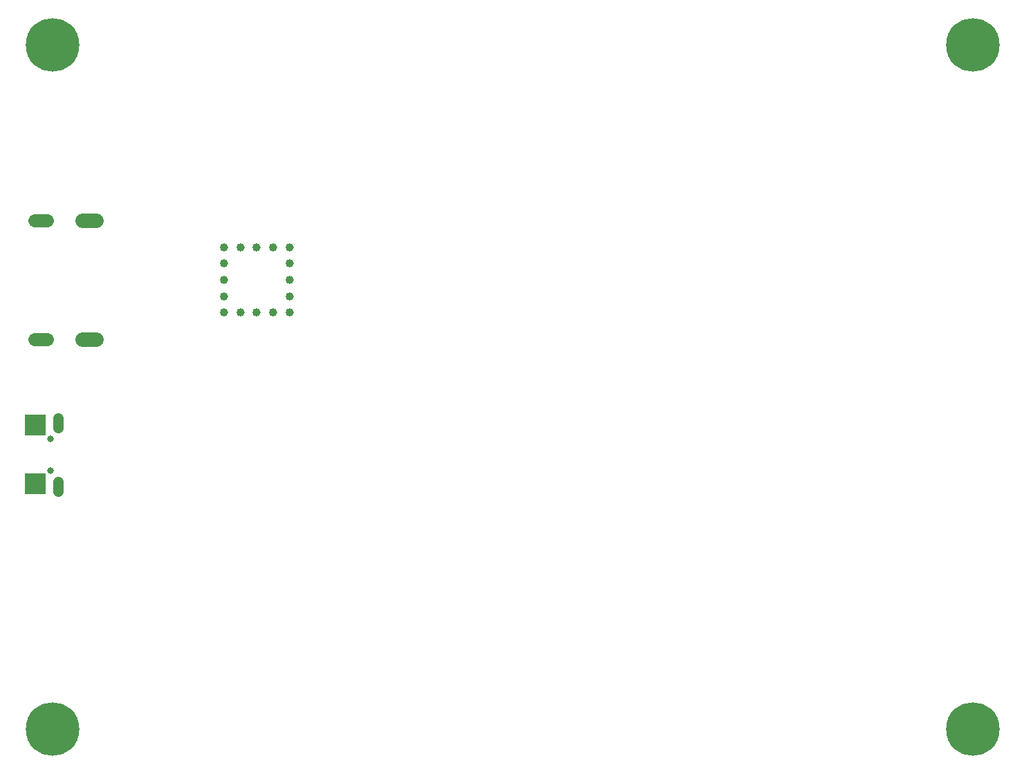
<source format=gbr>
G04 EAGLE Gerber RS-274X export*
G75*
%MOMM*%
%FSLAX34Y34*%
%LPD*%
%INSoldermask Bottom*%
%IPPOS*%
%AMOC8*
5,1,8,0,0,1.08239X$1,22.5*%
G01*
%ADD10C,1.751600*%
%ADD11C,1.601600*%
%ADD12C,1.009600*%
%ADD13C,6.553200*%
%ADD14C,0.801600*%
%ADD15R,2.601600X2.601600*%
%ADD16C,1.309600*%


D10*
X76650Y582500D02*
X93150Y582500D01*
X93150Y437500D02*
X76650Y437500D01*
D11*
X32800Y437500D02*
X17800Y437500D01*
X17800Y582500D02*
X32800Y582500D01*
D12*
X250000Y550000D03*
X270000Y550000D03*
X290000Y550000D03*
X310000Y550000D03*
X330000Y550000D03*
X330000Y530000D03*
X330000Y510000D03*
X330000Y490000D03*
X330000Y470000D03*
X310000Y470000D03*
X290000Y470000D03*
X270000Y470000D03*
X250000Y470000D03*
X250000Y490000D03*
X250000Y510000D03*
X250000Y530000D03*
D13*
X40000Y798000D03*
X1167000Y798000D03*
X1167000Y-40000D03*
X40000Y-40000D03*
D14*
X37500Y315500D03*
X37500Y276500D03*
D15*
X18500Y260000D03*
X18500Y332000D03*
D16*
X46500Y329000D02*
X46500Y341080D01*
X46500Y263000D02*
X46500Y250920D01*
M02*

</source>
